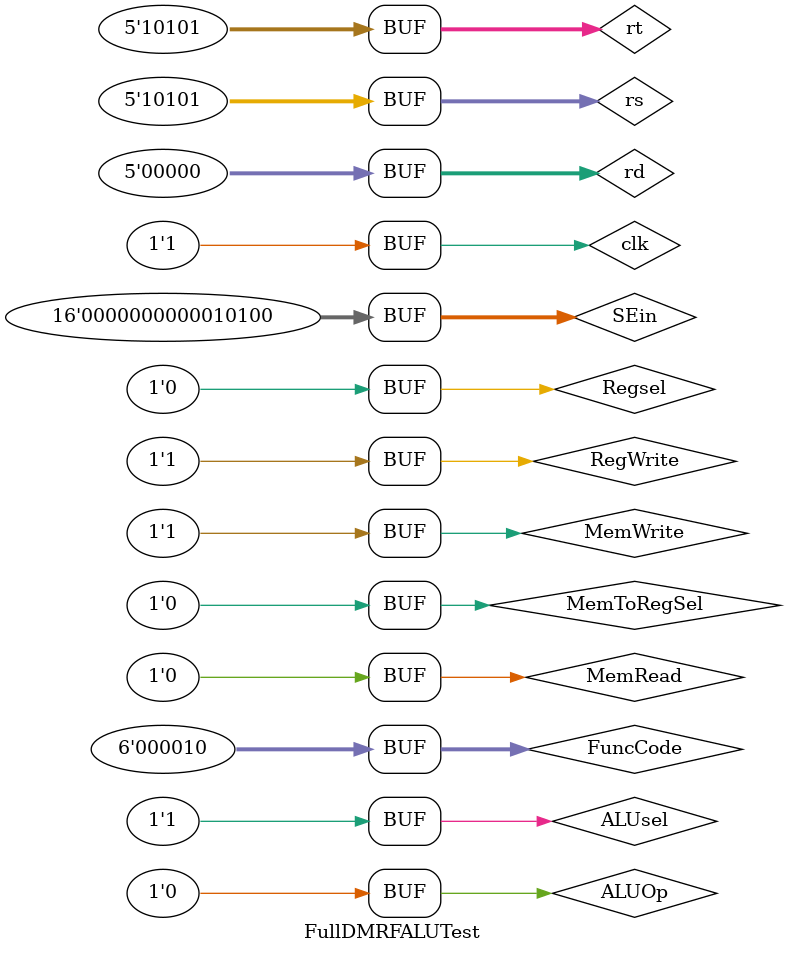
<source format=v>
`timescale 1ns / 1ps


module FullDMRFALUTest;

	// Inputs
	reg [4:0] rs;
	reg [4:0] rt;
	reg [4:0] rd;
	reg [15:0] SEin;
	reg [5:0] FuncCode;
	reg Regsel;
	reg ALUsel;
	reg ALUOp;
	reg MemWrite;
	reg MemRead;
	reg MemToRegSel;
	reg RegWrite;
	reg clk;

	// Outputs
	wire Zero;

	// Instantiate the Unit Under Test (UUT)
	FullDMRFALU uut (
		.rs(rs), 
		.rt(rt), 
		.rd(rd), 
		.SEin(SEin), 
		.FuncCode(FuncCode), 
		.Regsel(Regsel), 
		.ALUsel(ALUsel), 
		.ALUOp(ALUOp), 
		.MemWrite(MemWrite), 
		.MemRead(MemRead), 
		.MemToRegSel(MemToRegSel), 
		.RegWrite(RegWrite), 
		.clk(clk), 
		.Zero(Zero)
	);
	always
	begin
		#50 clk = 0;
		#50 clk = 1;
	end
	initial begin
		// Initialize Inputs
		rs = 0;
		rt = 0;
		rd = 0;
		SEin = 0;
		FuncCode = 0;
		Regsel = 0;
		ALUsel = 0;
		ALUOp = 0;
		MemWrite = 0;
		MemRead = 0;
		MemToRegSel = 0;
		RegWrite = 0;
		clk = 0;
		
	

		// Wait 100 ns for global reset to finish
		#50;
        
		// Add stimulus here
		
		SEin = 16'h0014;
		rs = 32'h55555555;
		rt = 32'h55555555;
		ALUsel = 1;
		ALUOp = 2'b10;
		FuncCode = 4'b0010;
		RegWrite = 1;
		MemWrite = 32'h55555555;
		
		#100;
		rs = 0;
		rt = 0;
		rd = 0;
		SEin = 0;
			FuncCode = 4'b0010;
		Regsel = 0;
		ALUsel = 0;
		ALUOp = 0;
		MemWrite = 0;
		MemRead = 0;
		MemToRegSel = 0;
		RegWrite = 0;
		
		#100;
		SEin = 16'h0014;
		rs = 32'h55555555;
		rt = 32'h55555555;
		ALUsel = 1;
		ALUOp = 2'b10;
			FuncCode = 4'b0010;
		RegWrite = 1;
		MemWrite = 32'h55555555;		

	end
      
endmodule


</source>
